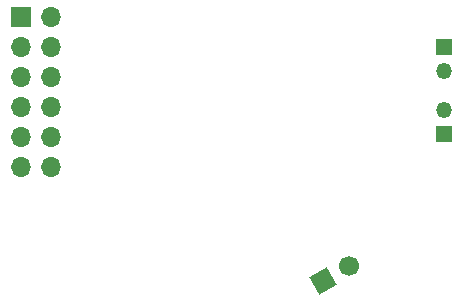
<source format=gbr>
%TF.GenerationSoftware,KiCad,Pcbnew,7.0.5*%
%TF.CreationDate,2023-06-06T16:57:08-04:00*%
%TF.ProjectId,PWR,5057522e-6b69-4636-9164-5f7063625858,rev?*%
%TF.SameCoordinates,Original*%
%TF.FileFunction,Soldermask,Bot*%
%TF.FilePolarity,Negative*%
%FSLAX46Y46*%
G04 Gerber Fmt 4.6, Leading zero omitted, Abs format (unit mm)*
G04 Created by KiCad (PCBNEW 7.0.5) date 2023-06-06 16:57:08*
%MOMM*%
%LPD*%
G01*
G04 APERTURE LIST*
G04 Aperture macros list*
%AMHorizOval*
0 Thick line with rounded ends*
0 $1 width*
0 $2 $3 position (X,Y) of the first rounded end (center of the circle)*
0 $4 $5 position (X,Y) of the second rounded end (center of the circle)*
0 Add line between two ends*
20,1,$1,$2,$3,$4,$5,0*
0 Add two circle primitives to create the rounded ends*
1,1,$1,$2,$3*
1,1,$1,$4,$5*%
%AMRotRect*
0 Rectangle, with rotation*
0 The origin of the aperture is its center*
0 $1 length*
0 $2 width*
0 $3 Rotation angle, in degrees counterclockwise*
0 Add horizontal line*
21,1,$1,$2,0,0,$3*%
G04 Aperture macros list end*
%ADD10R,1.350000X1.350000*%
%ADD11O,1.350000X1.350000*%
%ADD12RotRect,1.700000X1.700000X120.000000*%
%ADD13HorizOval,1.700000X0.000000X0.000000X0.000000X0.000000X0*%
%ADD14R,1.700000X1.700000*%
%ADD15O,1.700000X1.700000*%
G04 APERTURE END LIST*
D10*
%TO.C,J4*%
X165000000Y-91700000D03*
D11*
X165000000Y-93700000D03*
%TD*%
D10*
%TO.C,J3*%
X165000000Y-99000000D03*
D11*
X165000000Y-97000000D03*
%TD*%
D12*
%TO.C,J1*%
X154795818Y-111437500D03*
D13*
X156995523Y-110167500D03*
%TD*%
D14*
%TO.C,J2*%
X129225000Y-89100000D03*
D15*
X131765000Y-89100000D03*
X129225000Y-91640000D03*
X131765000Y-91640000D03*
X129225000Y-94180000D03*
X131765000Y-94180000D03*
X129225000Y-96720000D03*
X131765000Y-96720000D03*
X129225000Y-99260000D03*
X131765000Y-99260000D03*
X129225000Y-101800000D03*
X131765000Y-101800000D03*
%TD*%
M02*

</source>
